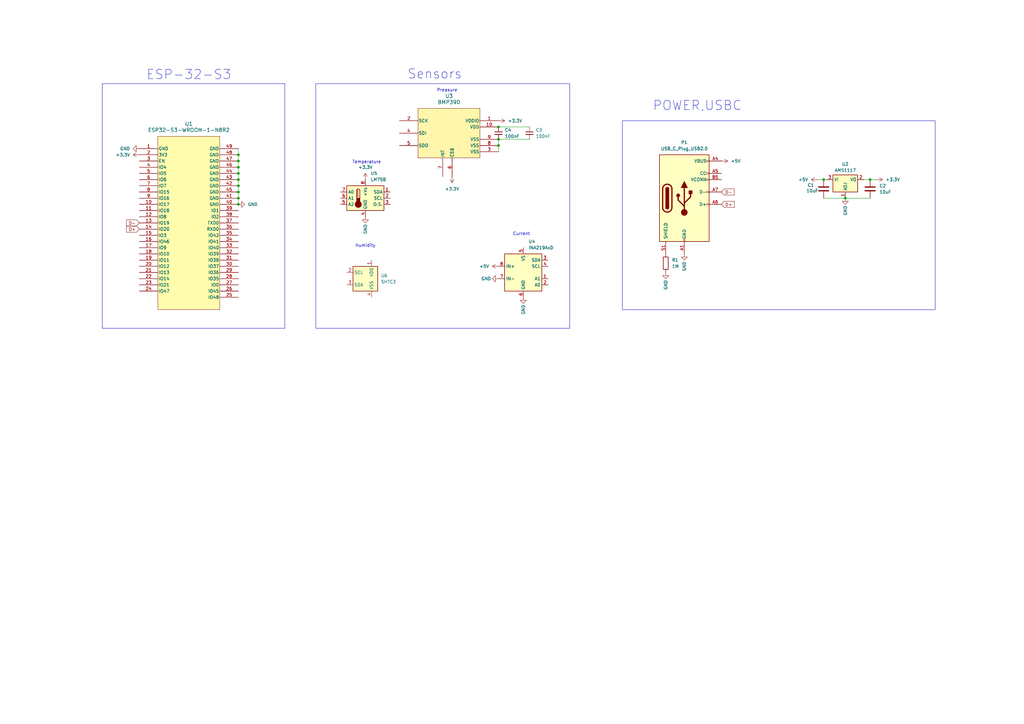
<source format=kicad_sch>
(kicad_sch (version 20250114) (generator "eeschema") (generator_version "9.0")
  (paper "A3")
  (lib_symbols
    (symbol "2025-10-05_20-13-18:ESP32-S3-WROOM-1-N8" (pin_names (offset 0.254))
      (property "Reference" "U1" (at 20.32 10.16 0))
      (property "Value" "ESP32-S3-WROOM-1-N8" (at 20.32 7.62 0))
      (symbol "ESP32-S3-WROOM-1-N8_0_1"
        (pin power_out line (at 0 0 0) (length 7.62) (name "GND") (number "1"))
        (pin power_in line (at 0 -2.54 0) (length 7.62) (name "3V3") (number "2"))
        (pin input line (at 0 -5.08 0) (length 7.62) (name "EN") (number "3"))
        (pin bidirectional line (at 0 -7.62 0) (length 7.62) (name "IO4") (number "4"))
        (pin bidirectional line (at 0 -10.16 0) (length 7.62) (name "IO5") (number "5"))
        (pin bidirectional line (at 0 -12.7 0) (length 7.62) (name "IO6") (number "6"))
        (pin bidirectional line (at 0 -15.24 0) (length 7.62) (name "IO7") (number "7"))
        (pin bidirectional line (at 0 -17.78 0) (length 7.62) (name "IO15") (number "8"))
        (pin bidirectional line (at 0 -20.32 0) (length 7.62) (name "IO16") (number "9"))
        (pin bidirectional line (at 0 -22.86 0) (length 7.62) (name "IO17") (number "10"))
        (pin bidirectional line (at 0 -25.4 0) (length 7.62) (name "IO18") (number "11"))
        (pin bidirectional line (at 0 -27.94 0) (length 7.62) (name "IO8") (number "12"))
        (pin bidirectional line (at 0 -30.48 0) (length 7.62) (name "IO19") (number "13"))
        (pin bidirectional line (at 0 -33.02 0) (length 7.62) (name "IO20") (number "14"))
        (pin bidirectional line (at 0 -35.56 0) (length 7.62) (name "IO3") (number "15"))
        (pin bidirectional line (at 0 -38.1 0) (length 7.62) (name "IO46") (number "16"))
        (pin bidirectional line (at 0 -40.64 0) (length 7.62) (name "IO9") (number "17"))
        (pin bidirectional line (at 0 -43.18 0) (length 7.62) (name "IO10") (number "18"))
        (pin bidirectional line (at 0 -45.72 0) (length 7.62) (name "IO11") (number "19"))
        (pin bidirectional line (at 0 -48.26 0) (length 7.62) (name "IO12") (number "20"))
        (pin bidirectional line (at 0 -50.8 0) (length 7.62) (name "IO13") (number "21"))
        (pin bidirectional line (at 0 -53.34 0) (length 7.62) (name "IO14") (number "22"))
        (pin bidirectional line (at 0 -55.88 0) (length 7.62) (name "IO21") (number "23"))
        (pin bidirectional line (at 0 -58.42 0) (length 7.62) (name "IO47") (number "24"))
        (pin power_out line (at 40.64 0 180) (length 7.62) (name "GND") (number "49"))
        (pin power_out line (at 40.64 -2.54 180) (length 7.62) (name "GND") (number "48"))
        (pin power_out line (at 40.64 -5.08 180) (length 7.62) (name "GND") (number "47"))
        (pin power_out line (at 40.64 -7.62 180) (length 7.62) (name "GND") (number "46"))
        (pin power_out line (at 40.64 -10.16 180) (length 7.62) (name "GND") (number "44"))
        (pin power_out line (at 40.64 -12.7 180) (length 7.62) (name "GND") (number "43"))
        (pin power_out line (at 40.64 -15.24 180) (length 7.62) (name "GND") (number "42"))
        (pin power_out line (at 40.64 -17.78 180) (length 7.62) (name "GND") (number "45"))
        (pin power_out line (at 40.64 -20.32 180) (length 7.62) (name "GND") (number "41"))
        (pin power_out line (at 40.64 -22.86 180) (length 7.62) (name "GND") (number "40"))
        (pin bidirectional line (at 40.64 -25.4 180) (length 7.62) (name "IO1") (number "39"))
        (pin bidirectional line (at 40.64 -27.94 180) (length 7.62) (name "IO2") (number "38"))
        (pin bidirectional line (at 40.64 -30.48 180) (length 7.62) (name "TXD0") (number "37"))
        (pin bidirectional line (at 40.64 -33.02 180) (length 7.62) (name "RXD0") (number "36"))
        (pin bidirectional line (at 40.64 -35.56 180) (length 7.62) (name "IO42") (number "35"))
        (pin bidirectional line (at 40.64 -38.1 180) (length 7.62) (name "IO41") (number "34"))
        (pin bidirectional line (at 40.64 -40.64 180) (length 7.62) (name "IO40") (number "33"))
        (pin bidirectional line (at 40.64 -43.18 180) (length 7.62) (name "IO39") (number "32"))
        (pin bidirectional line (at 40.64 -45.72 180) (length 7.62) (name "IO38") (number "31"))
        (pin bidirectional line (at 40.64 -48.26 180) (length 7.62) (name "IO37") (number "30"))
        (pin bidirectional line (at 40.64 -50.8 180) (length 7.62) (name "IO36") (number "29"))
        (pin bidirectional line (at 40.64 -53.34 180) (length 7.62) (name "IO35") (number "28"))
        (pin bidirectional line (at 40.64 -55.88 180) (length 7.62) (name "IO0") (number "27"))
        (pin bidirectional line (at 40.64 -58.42 180) (length 7.62) (name "IO45") (number "26"))
        (pin bidirectional line (at 40.64 -60.96 180) (length 7.62) (name "IO48") (number "25"))
      )
      (symbol "ESP32-S3-WROOM-1-N8_1_1"
        (rectangle (start 7.62 5.08) (end 33.02 -66.04) (fill (type color) (color 255 253 173 1)))
      )
    )
    (symbol "2025-10-06_11-04-11:BMP390" (pin_names (offset 0.254))
      (property "Reference" "U3" (at 20.32 10.16 0))
      (property "Value" "BMP390" (at 20.32 7.62 0))
      (symbol "BMP390_0_1"
        (pin input line (at 0 0 0) (length 7.62) (name "SCK") (number "2"))
        (pin bidirectional line (at 0 -5.08 0) (length 7.62) (name "SDI") (number "4"))
        (pin bidirectional line (at 0 -10.16 0) (length 7.62) (name "SDO") (number "5"))
        (pin input line (at 17.78 -22.86 90) (length 7.62) (name "INT") (number "7"))
        (pin input line (at 21.59 -22.86 90) (length 7.62) (name "CSB") (number "6"))
        (pin power_in line (at 40.64 0 180) (length 7.62) (name "VDDIO") (number "1"))
        (pin power_in line (at 40.64 -2.54 180) (length 7.62) (name "VDD") (number "10"))
        (pin power_out line (at 40.64 -7.62 180) (length 7.62) (name "VSS") (number "9"))
        (pin power_out line (at 40.64 -10.16 180) (length 7.62) (name "VSS") (number "8"))
        (pin power_out line (at 40.64 -12.7 180) (length 7.62) (name "VSS") (number "3"))
      )
      (symbol "BMP390_1_1"
        (rectangle (start 7.62 5.08) (end 33.02 -15.24) (fill (type color) (color 255 246 171 1)))
      )
    )
    (symbol "Connector:USB_C_Plug_USB2.0" (pin_names (offset 1.016))
      (property "Reference" "P" (at -10.16 19.05 0))
      (property "Value" "USB_C_Plug_USB2.0" (at 12.7 19.05 0))
      (symbol "USB_C_Plug_USB2.0_0_0"
        (rectangle (start -0.254 -17.78) (end 0.254 -16.764))
        (rectangle (start 10.16 15.494) (end 9.144 14.986))
        (rectangle (start 10.16 10.414) (end 9.144 9.906))
        (rectangle (start 10.16 7.874) (end 9.144 7.366))
        (rectangle (start 10.16 2.794) (end 9.144 2.286))
        (rectangle (start 10.16 -2.286) (end 9.144 -2.794))
      )
      (symbol "USB_C_Plug_USB2.0_0_1"
        (rectangle (start -10.16 17.78) (end 10.16 -17.78) (stroke (width 0.254)) (fill (type background)))
        (polyline (pts (xy -8.89 -3.81) (xy -8.89 3.81)) (stroke (width 0.508)))
        (rectangle (start -7.62 -3.81) (end -6.35 3.81) (stroke (width 0.254)) (fill (type outline)))
        (arc (start -7.62 3.81) (mid -6.985 4.4423) (end -6.35 3.81) (stroke (width 0.254)))
        (arc (start -7.62 3.81) (mid -6.985 4.4423) (end -6.35 3.81) (stroke (width 0.254)) (fill (type outline)))
        (arc (start -8.89 3.81) (mid -6.985 5.7067) (end -5.08 3.81) (stroke (width 0.508)))
        (arc (start -5.08 -3.81) (mid -6.985 -5.7067) (end -8.89 -3.81) (stroke (width 0.508)))
        (arc (start -6.35 -3.81) (mid -6.985 -4.4423) (end -7.62 -3.81) (stroke (width 0.254)))
        (arc (start -6.35 -3.81) (mid -6.985 -4.4423) (end -7.62 -3.81) (stroke (width 0.254)) (fill (type outline)))
        (polyline (pts (xy -5.08 3.81) (xy -5.08 -3.81)) (stroke (width 0.508)))
        (circle (center -2.54 1.143) (radius 0.635) (stroke (width 0.254)) (fill (type outline)))
        (polyline (pts (xy -1.27 4.318) (xy 0 6.858) (xy 1.27 4.318) (xy -1.27 4.318)) (stroke (width 0.254)) (fill (type outline)))
        (polyline (pts (xy 0 -2.032) (xy 2.54 0.508) (xy 2.54 1.778)) (stroke (width 0.508)))
        (polyline (pts (xy 0 -3.302) (xy -2.54 -0.762) (xy -2.54 0.508)) (stroke (width 0.508)))
        (polyline (pts (xy 0 -5.842) (xy 0 4.318)) (stroke (width 0.508)))
        (circle (center 0 -5.842) (radius 1.27) (fill (type outline)))
        (rectangle (start 1.905 1.778) (end 3.175 3.048) (stroke (width 0.254)) (fill (type outline)))
      )
      (symbol "USB_C_Plug_USB2.0_1_1"
        (pin passive line (at -7.62 -22.86 90) (length 5.08) (name "SHIELD") (number "S1"))
        (pin passive line (at 0 -22.86 90) (length 5.08) (name "GND") (number "A1"))
        (pin passive line (at 0 -22.86 90) (length 5.08) (hide yes) (name "GND") (number "A12"))
        (pin passive line (at 0 -22.86 90) (length 5.08) (hide yes) (name "GND") (number "B1"))
        (pin passive line (at 0 -22.86 90) (length 5.08) (hide yes) (name "GND") (number "B12"))
        (pin passive line (at 15.24 15.24 180) (length 5.08) (name "VBUS") (number "A4"))
        (pin passive line (at 15.24 15.24 180) (length 5.08) (hide yes) (name "VBUS") (number "A9"))
        (pin passive line (at 15.24 15.24 180) (length 5.08) (hide yes) (name "VBUS") (number "B4"))
        (pin passive line (at 15.24 15.24 180) (length 5.08) (hide yes) (name "VBUS") (number "B9"))
        (pin bidirectional line (at 15.24 10.16 180) (length 5.08) (name "CC") (number "A5"))
        (pin bidirectional line (at 15.24 7.62 180) (length 5.08) (name "VCONN") (number "B5"))
        (pin bidirectional line (at 15.24 2.54 180) (length 5.08) (name "D-") (number "A7"))
        (pin bidirectional line (at 15.24 -2.54 180) (length 5.08) (name "D+") (number "A6"))
      )
    )
    (symbol "Device:C" (pin_numbers (hide yes)) (pin_names (offset 0.254))
      (property "Reference" "C" (at 0.635 2.54 0))
      (property "Value" "C" (at 0.635 -2.54 0))
      (symbol "C_0_1"
        (polyline (pts (xy -2.032 0.762) (xy 2.032 0.762)) (stroke (width 0.508)))
        (polyline (pts (xy -2.032 -0.762) (xy 2.032 -0.762)) (stroke (width 0.508)))
      )
      (symbol "C_1_1"
        (pin passive line (at 0 3.81 270) (length 2.794) (name "~") (number "1"))
        (pin passive line (at 0 -3.81 90) (length 2.794) (name "~") (number "2"))
      )
    )
    (symbol "Device:C_Small" (pin_numbers (hide yes)) (pin_names (offset 0.254) (hide yes))
      (property "Reference" "C" (at 0.254 1.778 0))
      (property "Value" "C_Small" (at 0.254 -2.032 0))
      (symbol "C_Small_0_1"
        (polyline (pts (xy -1.524 0.508) (xy 1.524 0.508)) (stroke (width 0.3048)))
        (polyline (pts (xy -1.524 -0.508) (xy 1.524 -0.508)) (stroke (width 0.3302)))
      )
      (symbol "C_Small_1_1"
        (pin passive line (at 0 2.54 270) (length 2.032) (name "~") (number "1"))
        (pin passive line (at 0 -2.54 90) (length 2.032) (name "~") (number "2"))
      )
    )
    (symbol "Device:R" (pin_numbers (hide yes)) (pin_names (offset 0))
      (property "Reference" "R" (at 2.032 0 90))
      (property "Value" "R" (at 0 0 90))
      (symbol "R_0_1"
        (rectangle (start -1.016 -2.54) (end 1.016 2.54) (stroke (width 0.254)))
      )
      (symbol "R_1_1"
        (pin passive line (at 0 3.81 270) (length 1.27) (name "~") (number "1"))
        (pin passive line (at 0 -3.81 90) (length 1.27) (name "~") (number "2"))
      )
    )
    (symbol "Regulator_Linear:AMS1117"
      (property "Reference" "U" (at -3.81 3.175 0))
      (property "Value" "AMS1117" (at 0 3.175 0))
      (symbol "AMS1117_0_1"
        (rectangle (start -5.08 -5.08) (end 5.08 1.905) (stroke (width 0.254)) (fill (type background)))
      )
      (symbol "AMS1117_1_1"
        (pin power_in line (at -7.62 0 0) (length 2.54) (name "VI") (number "3"))
        (pin input line (at 0 -7.62 90) (length 2.54) (name "ADJ") (number "1"))
        (pin power_out line (at 7.62 0 180) (length 2.54) (name "VO") (number "2"))
      )
    )
    (symbol "Sensor_Energy:INA219AxD"
      (property "Reference" "U" (at -6.35 8.89 0))
      (property "Value" "INA219AxD" (at 5.08 8.89 0))
      (symbol "INA219AxD_0_1"
        (rectangle (start -7.62 7.62) (end 7.62 -7.62) (stroke (width 0.254)) (fill (type background)))
      )
      (symbol "INA219AxD_1_1"
        (pin input line (at -10.16 2.54 0) (length 2.54) (name "IN+") (number "8"))
        (pin input line (at -10.16 -2.54 0) (length 2.54) (name "IN-") (number "7"))
        (pin power_in line (at 0 10.16 270) (length 2.54) (name "VS") (number "5"))
        (pin power_in line (at 0 -10.16 90) (length 2.54) (name "GND") (number "6"))
        (pin bidirectional line (at 10.16 5.08 180) (length 2.54) (name "SDA") (number "3"))
        (pin input line (at 10.16 2.54 180) (length 2.54) (name "SCL") (number "4"))
        (pin input line (at 10.16 -2.54 180) (length 2.54) (name "A1") (number "1"))
        (pin input line (at 10.16 -5.08 180) (length 2.54) (name "A0") (number "2"))
      )
    )
    (symbol "Sensor_Humidity:SHTC3"
      (property "Reference" "U" (at -3.81 6.35 0))
      (property "Value" "SHTC3" (at -2.54 -6.35 0))
      (symbol "SHTC3_1_1"
        (rectangle (start -5.08 5.08) (end 5.08 -5.08) (stroke (width 0.254)) (fill (type background)))
        (pin input line (at -7.62 2.54 0) (length 2.54) (name "SCL") (number "2"))
        (pin bidirectional line (at -7.62 -2.54 0) (length 2.54) (name "SDA") (number "3"))
        (pin power_in line (at 2.54 7.62 270) (length 2.54) (name "VDD") (number "1"))
        (pin power_in line (at 2.54 -7.62 90) (length 2.54) (name "VSS") (number "4"))
        (pin no_connect line (at 5.08 0 180) (length 2.54) (hide yes) (name "NC") (number "5"))
      )
    )
    (symbol "Sensor_Temperature:LM75B"
      (property "Reference" "U" (at -6.35 11.43 0))
      (property "Value" "LM75B" (at 0 11.43 0))
      (symbol "LM75B_0_1"
        (rectangle (start -7.62 5.08) (end 7.62 -5.08) (stroke (width 0.254)) (fill (type background)))
        (polyline (pts (xy -3.556 3.175) (xy -3.556 0)) (stroke (width 0.254)))
        (polyline (pts (xy -3.556 3.175) (xy -2.921 3.175)) (stroke (width 0.254)))
        (polyline (pts (xy -3.556 2.54) (xy -2.921 2.54)) (stroke (width 0.254)))
        (polyline (pts (xy -3.556 1.905) (xy -2.921 1.905)) (stroke (width 0.254)))
        (polyline (pts (xy -3.556 1.27) (xy -2.921 1.27)) (stroke (width 0.254)))
        (polyline (pts (xy -3.556 0.635) (xy -2.921 0.635)) (stroke (width 0.254)))
        (rectangle (start -3.556 0) (end -2.286 -1.905) (stroke (width 0.254)) (fill (type outline)))
        (arc (start -3.556 3.175) (mid -2.921 3.8073) (end -2.286 3.175) (stroke (width 0.254)))
        (circle (center -2.921 -2.54) (radius 1.27) (stroke (width 0.254)) (fill (type outline)))
        (polyline (pts (xy -2.286 3.175) (xy -2.286 0)) (stroke (width 0.254)))
      )
      (symbol "LM75B_1_1"
        (pin input line (at -10.16 2.54 0) (length 2.54) (name "A0") (number "7"))
        (pin input line (at -10.16 0 0) (length 2.54) (name "A1") (number "6"))
        (pin input line (at -10.16 -2.54 0) (length 2.54) (name "A2") (number "5"))
        (pin power_in line (at 0 7.62 270) (length 2.54) (name "+Vs") (number "8"))
        (pin power_in line (at 0 -7.62 90) (length 2.54) (name "GND") (number "4"))
        (pin bidirectional line (at 10.16 2.54 180) (length 2.54) (name "SDA") (number "1"))
        (pin input line (at 10.16 0 180) (length 2.54) (name "SCL") (number "2"))
        (pin open_collector line (at 10.16 -2.54 180) (length 2.54) (name "O.S.") (number "3"))
      )
    )
    (symbol "power:+3.3V" (power) (pin_numbers (hide yes)) (pin_names (offset 0) (hide yes))
      (property "Value" "+3.3V" (at 0 3.556 0))
      (symbol "+3.3V_0_1"
        (polyline (pts (xy -0.762 1.27) (xy 0 2.54)))
        (polyline (pts (xy 0 2.54) (xy 0.762 1.27)))
        (polyline (pts (xy 0 0) (xy 0 2.54)))
      )
      (symbol "+3.3V_1_1"
        (pin power_in line (at 0 0 90) (length 0) (name "~") (number "1"))
      )
    )
    (symbol "power:+5V" (power) (pin_numbers (hide yes)) (pin_names (offset 0) (hide yes))
      (property "Value" "+5V" (at 0 3.556 0))
      (symbol "+5V_0_1"
        (polyline (pts (xy -0.762 1.27) (xy 0 2.54)))
        (polyline (pts (xy 0 2.54) (xy 0.762 1.27)))
        (polyline (pts (xy 0 0) (xy 0 2.54)))
      )
      (symbol "+5V_1_1"
        (pin power_in line (at 0 0 90) (length 0) (name "~") (number "1"))
      )
    )
    (symbol "power:GND" (power) (pin_numbers (hide yes)) (pin_names (offset 0) (hide yes))
      (property "Value" "GND" (at 0 -3.81 0))
      (symbol "GND_0_1"
        (polyline (pts (xy 0 0) (xy 0 -1.27) (xy 1.27 -1.27) (xy 0 -2.54) (xy -1.27 -1.27) (xy 0 -1.27)))
      )
      (symbol "GND_1_1"
        (pin power_in line (at 0 0 270) (length 0) (name "~") (number "1"))
      )
    )
  )
  (rectangle (start 129.54 34.29) (end 233.68 134.62))
  (rectangle (start 41.91 34.29) (end 116.84 134.62))
  (rectangle (start 255.27 49.53) (end 383.54 127))
  (text "Preasure" (at 183.388 37.084 0) (effects (font (size 1.27 1.27))))
  (text "ESP-32-S3\n" (at 77.47 30.734 0) (effects (font (size 3.81 3.81))))
  (text "POWER,USBC\n" (at 286.004 43.434 0) (effects (font (size 3.81 3.81))))
  (text "Current\n" (at 213.868 96.012 0) (effects (font (size 1.27 1.27))))
  (text "Sensors" (at 178.308 30.48 0) (effects (font (size 3.81 3.81))))
  (text "Temperature\n" (at 150.368 66.548 0) (effects (font (size 1.27 1.27))))
  (text "Humidity\n" (at 149.86 100.838 0) (effects (font (size 1.27 1.27))))
  (junction (at 356.87 73.66))
  (junction (at 346.71 81.28))
  (junction (at 337.82 73.66))
  (junction (at 204.47 59.69))
  (junction (at 97.79 73.66))
  (junction (at 97.79 63.5))
  (junction (at 97.79 66.04))
  (junction (at 97.79 81.28))
  (junction (at 97.79 71.12))
  (junction (at 97.79 83.82))
  (junction (at 204.47 57.15))
  (junction (at 97.79 68.58))
  (junction (at 97.79 78.74))
  (junction (at 204.47 52.07))
  (junction (at 97.79 76.2))
  (wire (pts (xy 97.79 66.04) (xy 97.79 68.58)))
  (wire (pts (xy 97.79 81.28) (xy 97.79 83.82)))
  (wire (pts (xy 204.47 59.69) (xy 204.47 62.23)))
  (wire (pts (xy 346.71 81.28) (xy 356.87 81.28)))
  (wire (pts (xy 97.79 76.2) (xy 97.79 78.74)))
  (wire (pts (xy 204.47 57.15) (xy 217.17 57.15)))
  (wire (pts (xy 97.79 68.58) (xy 97.79 71.12)))
  (wire (pts (xy 97.79 60.96) (xy 97.79 63.5)))
  (wire (pts (xy 97.79 73.66) (xy 97.79 76.2)))
  (wire (pts (xy 97.79 78.74) (xy 97.79 81.28)))
  (wire (pts (xy 97.79 71.12) (xy 97.79 73.66)))
  (wire (pts (xy 337.82 73.66) (xy 339.09 73.66)))
  (wire (pts (xy 204.47 57.15) (xy 204.47 59.69)))
  (wire (pts (xy 97.79 63.5) (xy 97.79 66.04)))
  (wire (pts (xy 356.87 73.66) (xy 354.33 73.66)))
  (wire (pts (xy 204.47 52.07) (xy 217.17 52.07)))
  (wire (pts (xy 359.41 73.66) (xy 356.87 73.66)))
  (wire (pts (xy 337.82 81.28) (xy 346.71 81.28)))
  (wire (pts (xy 335.28 73.66) (xy 337.82 73.66)))
  (global_label "D+" (shape input) (at 295.91 83.82 0) (property "Intersheetrefs" "${INTERSHEET_REFS}" (effects (hide yes))))
  (global_label "D-" (shape input) (at 57.15 91.44 180) (property "Intersheetrefs" "${INTERSHEET_REFS}" (effects (hide yes))))
  (global_label "D-" (shape input) (at 295.91 78.74 0) (property "Intersheetrefs" "${INTERSHEET_REFS}" (effects (hide yes))))
  (global_label "D+" (shape input) (at 57.15 93.98 180) (property "Intersheetrefs" "${INTERSHEET_REFS}" (effects (hide yes))))
  (symbol (lib_id "Sensor_Humidity:SHTC3") (at 149.86 114.3 0) (unit 1)
    (property "Reference" "U6" (at 156.21 113.0299 0) (effects (justify left)))
    (property "Value" "SHTC3" (at 156.21 115.5699 0) (effects (justify left)))
    (property "Footprint" "Sensor_Humidity:Sensirion_DFN-4-1EP_2x2mm_P1mm_EP0.7x1.6mm" (effects (hide yes)))
    (property "Datasheet" "https://www.sensirion.com/fileadmin/user_upload/customers/sensirion/Dokumente/0_Datasheets/Humidity/Sensirion_Humidity_Sensors_SHTC3_Datasheet.pdf" (effects (hide yes)))
    (property "Description" "Humidity and Temperature Sensor, ±2%RH, ±0.2°C, I2C, 1.62-3.6V, DFN-4" (effects (hide yes)))
  )
  (symbol (lib_id "Device:C_Small") (at 217.17 54.61 0) (unit 1)
    (property "Reference" "C3" (at 219.71 53.3462 0) (effects (justify left)))
    (property "Value" "100nF" (at 219.71 55.8862 0) (effects (justify left)))
    (property "Footprint" "Capacitor_SMD:C_0805_2012Metric_Pad1.18x1.45mm_HandSolder" (effects (hide yes)))
    (property "Description" "Unpolarized capacitor, small symbol" (effects (hide yes)))
  )
  (symbol (lib_id "power:GND") (at 149.86 88.9 0) (unit 1)
    (property "Reference" "#PWR015" (effects (hide yes)))
    (property "Value" "GND" (at 149.86 93.98 90))
    (property "Description" "Power symbol creates a global label with name \"GND\" , ground" (effects (hide yes)))
  )
  (symbol (lib_id "Connector:USB_C_Plug_USB2.0") (at 280.67 81.28 0) (unit 1)
    (property "Reference" "P1" (at 280.67 58.42 0))
    (property "Value" "USB_C_Plug_USB2.0" (at 280.67 60.96 0))
    (property "Datasheet" "https://www.usb.org/sites/default/files/documents/usb_type-c.zip" (effects (hide yes)))
    (property "Description" "USB 2.0-only Type-C Plug connector" (effects (hide yes)))
  )
  (symbol (lib_id "power:+5V") (at 335.28 73.66 90) (unit 1)
    (property "Reference" "#PWR07" (effects (hide yes)))
    (property "Value" "+5V" (at 331.47 73.6599 90) (effects (justify left)))
    (property "Description" "Power symbol creates a global label with name \"+5V\"" (effects (hide yes)))
  )
  (symbol (lib_id "power:+3.3V") (at 204.47 49.53 270) (unit 1)
    (property "Reference" "#PWR010" (effects (hide yes)))
    (property "Value" "+3.3V" (at 208.28 49.5299 90) (effects (justify left)))
    (property "Description" "Power symbol creates a global label with name \"+3.3V\"" (effects (hide yes)))
  )
  (symbol (lib_id "power:GND") (at 346.71 81.28 0) (unit 1)
    (property "Reference" "#PWR06" (effects (hide yes)))
    (property "Value" "GND" (at 346.71 86.36 90))
    (property "Description" "Power symbol creates a global label with name \"GND\" , ground" (effects (hide yes)))
  )
  (symbol (lib_id "power:GND") (at 214.63 121.92 0) (unit 1)
    (property "Reference" "#PWR014" (effects (hide yes)))
    (property "Value" "GND" (at 214.63 127 90))
    (property "Description" "Power symbol creates a global label with name \"GND\" , ground" (effects (hide yes)))
  )
  (symbol (lib_id "power:GND") (at 280.67 104.14 0) (unit 1)
    (property "Reference" "#PWR03" (effects (hide yes)))
    (property "Value" "GND" (at 280.67 109.22 90))
    (property "Description" "Power symbol creates a global label with name \"GND\" , ground" (effects (hide yes)))
  )
  (symbol (lib_id "2025-10-05_20-13-18:ESP32-S3-WROOM-1-N8") (at 57.15 60.96 0) (unit 1)
    (property "Reference" "U1" (at 77.47 50.8 0) (effects (font (size 1.524 1.524))))
    (property "Value" "ESP32-S3-WROOM-1-N8R2" (at 77.47 53.34 0) (effects (font (size 1.524 1.524))))
    (property "Footprint" "ESP32-S3-WROOM-1_EXP" (effects (hide yes)))
    (property "Datasheet" "ESP32-S3-WROOM-1-N8" (effects (hide yes)))
  )
  (symbol (lib_id "Device:C") (at 337.82 77.47 0) (unit 1)
    (property "Reference" "C1" (at 331.216 75.946 0) (effects (justify left)))
    (property "Value" "10uF" (at 330.708 78.232 0) (effects (justify left)))
    (property "Footprint" "Capacitor_SMD:C_0805_2012Metric_Pad1.18x1.45mm_HandSolder" (effects (hide yes)))
    (property "Description" "Unpolarized capacitor" (effects (hide yes)))
  )
  (symbol (lib_id "power:+3.3V") (at 57.15 63.5 90) (unit 1)
    (property "Reference" "#PWR09" (effects (hide yes)))
    (property "Value" "+3.3V" (at 53.34 63.4999 90) (effects (justify left)))
    (property "Description" "Power symbol creates a global label with name \"+3.3V\"" (effects (hide yes)))
  )
  (symbol (lib_id "power:GND") (at 97.79 83.82 90) (unit 1)
    (property "Reference" "#PWR02" (effects (hide yes)))
    (property "Value" "GND" (at 101.6 83.8199 90) (effects (justify right)))
    (property "Description" "Power symbol creates a global label with name \"GND\" , ground" (effects (hide yes)))
  )
  (symbol (lib_id "power:GND") (at 57.15 60.96 270) (unit 1)
    (property "Reference" "#PWR01" (effects (hide yes)))
    (property "Value" "GND" (at 53.34 60.9599 90) (effects (justify right)))
    (property "Description" "Power symbol creates a global label with name \"GND\" , ground" (effects (hide yes)))
  )
  (symbol (lib_id "Device:C_Small") (at 204.47 54.61 0) (unit 1)
    (property "Reference" "C4" (at 207.01 53.3462 0) (effects (justify left)))
    (property "Value" "100nF" (at 207.01 55.8862 0) (effects (justify left)))
    (property "Footprint" "Capacitor_SMD:C_0805_2012Metric_Pad1.18x1.45mm_HandSolder" (effects (hide yes)))
    (property "Description" "Unpolarized capacitor, small symbol" (effects (hide yes)))
  )
  (symbol (lib_id "power:GND") (at 273.05 111.76 0) (unit 1)
    (property "Reference" "#PWR04" (effects (hide yes)))
    (property "Value" "GND" (at 273.05 116.84 90))
    (property "Description" "Power symbol creates a global label with name \"GND\" , ground" (effects (hide yes)))
  )
  (symbol (lib_id "Regulator_Linear:AMS1117") (at 346.71 73.66 0) (unit 1)
    (property "Reference" "U2" (at 346.71 67.31 0))
    (property "Value" "AMS1117" (at 346.71 69.85 0))
    (property "Footprint" "Package_TO_SOT_SMD:SOT-223-3_TabPin2" (effects (hide yes)))
    (property "Datasheet" "http://www.advanced-monolithic.com/pdf/ds1117.pdf" (effects (hide yes)))
    (property "Description" "1A Low Dropout regulator, positive, adjustable output, SOT-223" (effects (hide yes)))
  )
  (symbol (lib_id "Device:R") (at 273.05 107.95 0) (unit 1)
    (property "Reference" "R1" (at 275.59 106.6799 0) (effects (justify left)))
    (property "Value" "1M" (at 275.59 109.2199 0) (effects (justify left)))
    (property "Footprint" "Resistor_SMD:R_0805_2012Metric_Pad1.20x1.40mm_HandSolder" (effects (hide yes)))
    (property "Description" "Resistor" (effects (hide yes)))
  )
  (symbol (lib_id "power:+3.3V") (at 185.42 72.39 180) (unit 1)
    (property "Reference" "#PWR011" (effects (hide yes)))
    (property "Value" "+3.3V" (at 185.42 77.47 0))
    (property "Description" "Power symbol creates a global label with name \"+3.3V\"" (effects (hide yes)))
  )
  (symbol (lib_id "power:+5V") (at 204.47 109.22 90) (unit 1)
    (property "Reference" "#PWR012" (effects (hide yes)))
    (property "Value" "+5V" (at 200.66 109.2199 90) (effects (justify left)))
    (property "Description" "Power symbol creates a global label with name \"+5V\"" (effects (hide yes)))
  )
  (symbol (lib_id "2025-10-06_11-04-11:BMP390") (at 163.83 49.53 0) (unit 1)
    (property "Reference" "U3" (at 184.15 39.37 0) (effects (font (size 1.524 1.524))))
    (property "Value" "BMP390" (at 184.15 41.91 0) (effects (font (size 1.524 1.524))))
    (property "Footprint" "10LGA_2X2X0p75_BOS" (effects (hide yes)))
    (property "Datasheet" "BMP390" (effects (hide yes)))
  )
  (symbol (lib_id "Device:C") (at 356.87 77.47 0) (unit 1)
    (property "Reference" "C2" (at 360.68 76.1999 0) (effects (justify left)))
    (property "Value" "10uF" (at 360.68 78.7399 0) (effects (justify left)))
    (property "Footprint" "Capacitor_SMD:C_0805_2012Metric_Pad1.18x1.45mm_HandSolder" (effects (hide yes)))
    (property "Description" "Unpolarized capacitor" (effects (hide yes)))
  )
  (symbol (lib_id "Sensor_Energy:INA219AxD") (at 214.63 111.76 0) (unit 1)
    (property "Reference" "U4" (at 216.7733 99.06 0) (effects (justify left)))
    (property "Value" "INA219AxD" (at 216.7733 101.6 0) (effects (justify left)))
    (property "Footprint" "Package_SO:SOIC-8_3.9x4.9mm_P1.27mm" (effects (hide yes)))
    (property "Datasheet" "http://www.ti.com/lit/ds/symlink/ina219.pdf" (effects (hide yes)))
    (property "Description" "Zero-Drift, Bidirectional Current/Power Monitor (0-26V) With I2C Interface, SOIC-8" (effects (hide yes)))
  )
  (symbol (lib_id "power:+3.3V") (at 149.86 73.66 0) (unit 1)
    (property "Reference" "#PWR016" (effects (hide yes)))
    (property "Value" "+3.3V" (at 149.86 68.58 0))
    (property "Description" "Power symbol creates a global label with name \"+3.3V\"" (effects (hide yes)))
  )
  (symbol (lib_id "Sensor_Temperature:LM75B") (at 149.86 81.28 0) (unit 1)
    (property "Reference" "U5" (at 152.0033 71.12 0) (effects (justify left)))
    (property "Value" "LM75B" (at 152.0033 73.66 0) (effects (justify left)))
    (property "Datasheet" "http://www.ti.com/lit/ds/symlink/lm75b.pdf" (effects (hide yes)))
    (property "Description" "Digital Temperature Sensor & Thermal Watchdog with LP on I2C and bus fault timeout, SOIC-8 and VSSOP-8" (effects (hide yes)))
  )
  (symbol (lib_id "power:+3.3V") (at 359.41 73.66 270) (unit 1)
    (property "Reference" "#PWR08" (effects (hide yes)))
    (property "Value" "+3.3V" (at 363.22 73.6599 90) (effects (justify left)))
    (property "Description" "Power symbol creates a global label with name \"+3.3V\"" (effects (hide yes)))
  )
  (symbol (lib_id "power:GND") (at 204.47 114.3 270) (unit 1)
    (property "Reference" "#PWR013" (effects (hide yes)))
    (property "Value" "GND" (at 199.39 114.3 90))
    (property "Description" "Power symbol creates a global label with name \"GND\" , ground" (effects (hide yes)))
  )
  (symbol (lib_id "power:+5V") (at 295.91 66.04 270) (unit 1)
    (property "Reference" "#PWR05" (effects (hide yes)))
    (property "Value" "+5V" (at 299.72 66.0399 90) (effects (justify left)))
    (property "Description" "Power symbol creates a global label with name \"+5V\"" (effects (hide yes)))
  )
)
</source>
